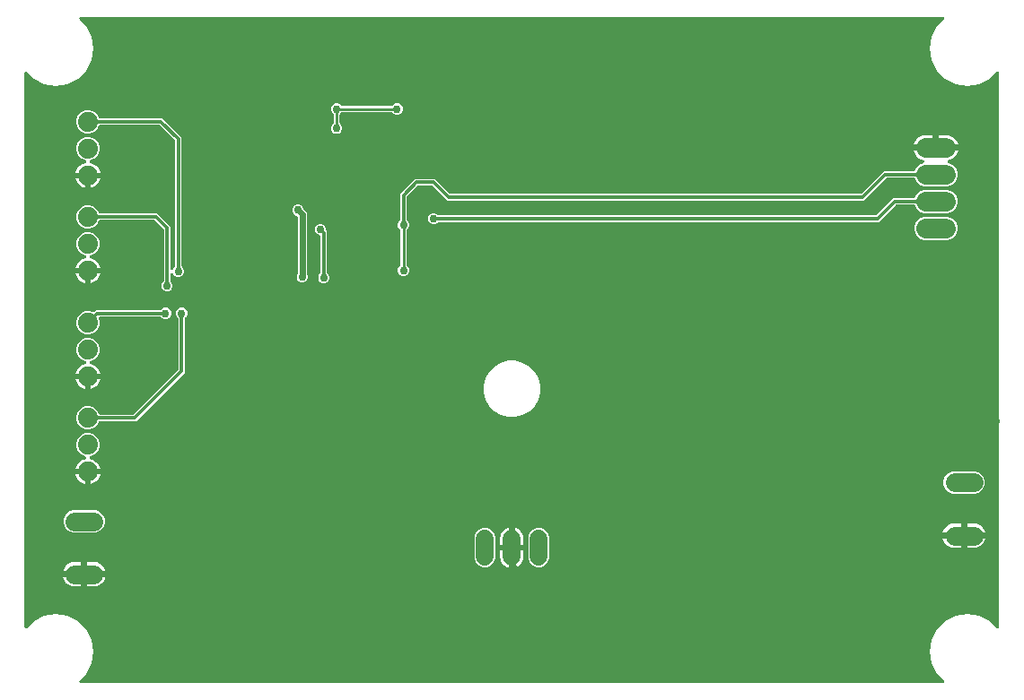
<source format=gbr>
G04 EAGLE Gerber RS-274X export*
G75*
%MOMM*%
%FSLAX34Y34*%
%LPD*%
%INBottom Copper*%
%IPPOS*%
%AMOC8*
5,1,8,0,0,1.08239X$1,22.5*%
G01*
%ADD10C,1.676400*%
%ADD11C,1.879600*%
%ADD12C,1.879600*%
%ADD13C,1.790700*%
%ADD14C,0.304800*%
%ADD15C,0.756400*%
%ADD16C,0.558800*%
%ADD17C,0.254000*%

G36*
X876617Y10172D02*
X876617Y10172D01*
X876717Y10174D01*
X876789Y10192D01*
X876863Y10201D01*
X876958Y10234D01*
X877055Y10259D01*
X877121Y10293D01*
X877191Y10318D01*
X877276Y10373D01*
X877365Y10419D01*
X877422Y10467D01*
X877484Y10507D01*
X877554Y10579D01*
X877630Y10644D01*
X877675Y10704D01*
X877726Y10758D01*
X877778Y10844D01*
X877838Y10925D01*
X877867Y10993D01*
X877905Y11057D01*
X877936Y11153D01*
X877976Y11245D01*
X877989Y11318D01*
X878011Y11389D01*
X878019Y11489D01*
X878037Y11588D01*
X878033Y11662D01*
X878039Y11736D01*
X878024Y11836D01*
X878019Y11936D01*
X877999Y12007D01*
X877988Y12081D01*
X877951Y12174D01*
X877923Y12271D01*
X877886Y12336D01*
X877859Y12405D01*
X877802Y12487D01*
X877753Y12575D01*
X877688Y12651D01*
X877660Y12691D01*
X877634Y12715D01*
X877594Y12761D01*
X871246Y19109D01*
X866198Y29017D01*
X864458Y40000D01*
X866198Y50983D01*
X871246Y60891D01*
X879109Y68754D01*
X889017Y73802D01*
X900000Y75542D01*
X910983Y73802D01*
X920891Y68754D01*
X927239Y62406D01*
X927317Y62344D01*
X927390Y62274D01*
X927454Y62235D01*
X927512Y62189D01*
X927603Y62146D01*
X927689Y62095D01*
X927760Y62072D01*
X927827Y62040D01*
X927925Y62019D01*
X928021Y61989D01*
X928095Y61983D01*
X928168Y61967D01*
X928268Y61969D01*
X928368Y61961D01*
X928442Y61972D01*
X928516Y61973D01*
X928613Y61997D01*
X928713Y62012D01*
X928782Y62040D01*
X928854Y62058D01*
X928944Y62104D01*
X929037Y62141D01*
X929098Y62183D01*
X929164Y62218D01*
X929241Y62283D01*
X929323Y62340D01*
X929373Y62395D01*
X929429Y62443D01*
X929489Y62524D01*
X929556Y62599D01*
X929592Y62664D01*
X929637Y62724D01*
X929676Y62816D01*
X929725Y62904D01*
X929745Y62975D01*
X929775Y63044D01*
X929792Y63142D01*
X929820Y63239D01*
X929828Y63339D01*
X929836Y63387D01*
X929834Y63422D01*
X929839Y63483D01*
X929839Y586517D01*
X929828Y586617D01*
X929826Y586717D01*
X929808Y586789D01*
X929799Y586863D01*
X929766Y586958D01*
X929741Y587055D01*
X929707Y587121D01*
X929682Y587191D01*
X929627Y587276D01*
X929581Y587365D01*
X929533Y587422D01*
X929493Y587484D01*
X929421Y587554D01*
X929356Y587630D01*
X929296Y587675D01*
X929242Y587726D01*
X929156Y587778D01*
X929075Y587838D01*
X929007Y587867D01*
X928943Y587905D01*
X928847Y587936D01*
X928755Y587976D01*
X928682Y587989D01*
X928611Y588011D01*
X928511Y588019D01*
X928412Y588037D01*
X928338Y588033D01*
X928264Y588039D01*
X928164Y588024D01*
X928064Y588019D01*
X927993Y587999D01*
X927919Y587988D01*
X927826Y587951D01*
X927729Y587923D01*
X927664Y587886D01*
X927595Y587859D01*
X927513Y587802D01*
X927425Y587753D01*
X927349Y587688D01*
X927309Y587660D01*
X927285Y587634D01*
X927239Y587594D01*
X920891Y581246D01*
X910983Y576198D01*
X900000Y574458D01*
X889017Y576198D01*
X879109Y581246D01*
X871246Y589109D01*
X866198Y599017D01*
X864458Y610000D01*
X866198Y620983D01*
X871246Y630891D01*
X877594Y637239D01*
X877656Y637317D01*
X877726Y637390D01*
X877765Y637454D01*
X877811Y637512D01*
X877854Y637603D01*
X877905Y637689D01*
X877928Y637760D01*
X877960Y637827D01*
X877981Y637925D01*
X878011Y638021D01*
X878017Y638095D01*
X878033Y638168D01*
X878031Y638268D01*
X878039Y638368D01*
X878028Y638442D01*
X878027Y638516D01*
X878003Y638613D01*
X877988Y638713D01*
X877960Y638782D01*
X877942Y638854D01*
X877896Y638944D01*
X877859Y639037D01*
X877817Y639098D01*
X877782Y639164D01*
X877717Y639241D01*
X877660Y639323D01*
X877605Y639373D01*
X877557Y639429D01*
X877476Y639489D01*
X877401Y639556D01*
X877336Y639592D01*
X877276Y639637D01*
X877184Y639676D01*
X877096Y639725D01*
X877025Y639745D01*
X876956Y639775D01*
X876858Y639792D01*
X876761Y639820D01*
X876661Y639828D01*
X876613Y639836D01*
X876578Y639834D01*
X876517Y639839D01*
X63483Y639839D01*
X63383Y639828D01*
X63283Y639826D01*
X63211Y639808D01*
X63137Y639799D01*
X63042Y639766D01*
X62945Y639741D01*
X62879Y639707D01*
X62809Y639682D01*
X62724Y639627D01*
X62635Y639581D01*
X62578Y639533D01*
X62516Y639493D01*
X62446Y639421D01*
X62370Y639356D01*
X62325Y639296D01*
X62274Y639242D01*
X62222Y639156D01*
X62162Y639075D01*
X62133Y639007D01*
X62095Y638943D01*
X62064Y638847D01*
X62024Y638755D01*
X62011Y638682D01*
X61989Y638611D01*
X61981Y638511D01*
X61963Y638412D01*
X61967Y638338D01*
X61961Y638264D01*
X61976Y638164D01*
X61981Y638064D01*
X62001Y637993D01*
X62012Y637919D01*
X62049Y637826D01*
X62077Y637729D01*
X62114Y637664D01*
X62141Y637595D01*
X62198Y637513D01*
X62247Y637425D01*
X62312Y637349D01*
X62340Y637309D01*
X62366Y637285D01*
X62406Y637239D01*
X68754Y630891D01*
X73802Y620983D01*
X75542Y610000D01*
X73802Y599017D01*
X68754Y589109D01*
X60891Y581246D01*
X50983Y576198D01*
X40000Y574458D01*
X29017Y576198D01*
X19109Y581246D01*
X12761Y587594D01*
X12683Y587656D01*
X12610Y587726D01*
X12546Y587765D01*
X12488Y587811D01*
X12397Y587854D01*
X12311Y587905D01*
X12240Y587928D01*
X12173Y587960D01*
X12075Y587981D01*
X11979Y588011D01*
X11905Y588017D01*
X11832Y588033D01*
X11732Y588031D01*
X11632Y588039D01*
X11558Y588028D01*
X11484Y588027D01*
X11387Y588003D01*
X11287Y587988D01*
X11218Y587960D01*
X11146Y587942D01*
X11056Y587896D01*
X10963Y587859D01*
X10902Y587817D01*
X10836Y587782D01*
X10759Y587717D01*
X10677Y587660D01*
X10627Y587605D01*
X10571Y587557D01*
X10511Y587476D01*
X10444Y587401D01*
X10408Y587336D01*
X10363Y587276D01*
X10324Y587184D01*
X10275Y587096D01*
X10255Y587025D01*
X10225Y586956D01*
X10208Y586858D01*
X10180Y586761D01*
X10172Y586661D01*
X10164Y586613D01*
X10166Y586578D01*
X10161Y586517D01*
X10161Y63483D01*
X10172Y63383D01*
X10174Y63283D01*
X10192Y63211D01*
X10201Y63137D01*
X10234Y63042D01*
X10259Y62945D01*
X10293Y62879D01*
X10318Y62809D01*
X10373Y62724D01*
X10419Y62635D01*
X10467Y62578D01*
X10507Y62516D01*
X10579Y62446D01*
X10644Y62370D01*
X10704Y62325D01*
X10758Y62274D01*
X10844Y62222D01*
X10925Y62162D01*
X10993Y62133D01*
X11057Y62095D01*
X11153Y62064D01*
X11245Y62024D01*
X11318Y62011D01*
X11389Y61989D01*
X11489Y61981D01*
X11588Y61963D01*
X11662Y61967D01*
X11736Y61961D01*
X11836Y61976D01*
X11936Y61981D01*
X12007Y62001D01*
X12081Y62012D01*
X12174Y62049D01*
X12271Y62077D01*
X12336Y62114D01*
X12405Y62141D01*
X12487Y62198D01*
X12575Y62247D01*
X12651Y62312D01*
X12691Y62340D01*
X12715Y62366D01*
X12761Y62406D01*
X19109Y68754D01*
X29017Y73802D01*
X40000Y75542D01*
X50983Y73802D01*
X60891Y68754D01*
X68754Y60891D01*
X73802Y50983D01*
X75542Y40000D01*
X73802Y29017D01*
X68754Y19109D01*
X62406Y12761D01*
X62344Y12683D01*
X62274Y12610D01*
X62235Y12546D01*
X62189Y12488D01*
X62146Y12397D01*
X62095Y12311D01*
X62072Y12240D01*
X62040Y12173D01*
X62019Y12075D01*
X61989Y11979D01*
X61983Y11905D01*
X61967Y11832D01*
X61969Y11732D01*
X61961Y11632D01*
X61972Y11558D01*
X61973Y11484D01*
X61997Y11387D01*
X62012Y11287D01*
X62040Y11218D01*
X62058Y11146D01*
X62104Y11056D01*
X62141Y10963D01*
X62183Y10902D01*
X62218Y10836D01*
X62283Y10759D01*
X62340Y10677D01*
X62395Y10627D01*
X62443Y10571D01*
X62524Y10511D01*
X62599Y10444D01*
X62664Y10408D01*
X62724Y10363D01*
X62816Y10324D01*
X62904Y10275D01*
X62975Y10255D01*
X63044Y10225D01*
X63142Y10208D01*
X63239Y10180D01*
X63339Y10172D01*
X63387Y10164D01*
X63422Y10166D01*
X63483Y10161D01*
X876517Y10161D01*
X876617Y10172D01*
G37*
%LPC*%
G36*
X366736Y394997D02*
X366736Y394997D01*
X364786Y395805D01*
X363293Y397298D01*
X362485Y399248D01*
X362485Y401360D01*
X363293Y403310D01*
X364551Y404568D01*
X364630Y404667D01*
X364714Y404761D01*
X364738Y404803D01*
X364768Y404841D01*
X364822Y404955D01*
X364883Y405066D01*
X364896Y405112D01*
X364917Y405156D01*
X364943Y405279D01*
X364978Y405401D01*
X364983Y405462D01*
X364990Y405497D01*
X364989Y405545D01*
X364997Y405645D01*
X364997Y437635D01*
X364983Y437761D01*
X364976Y437887D01*
X364963Y437933D01*
X364957Y437981D01*
X364915Y438100D01*
X364880Y438222D01*
X364856Y438264D01*
X364840Y438309D01*
X364771Y438415D01*
X364710Y438526D01*
X364670Y438572D01*
X364651Y438602D01*
X364616Y438636D01*
X364551Y438712D01*
X363293Y439970D01*
X362485Y441920D01*
X362485Y444032D01*
X363293Y445982D01*
X364297Y446986D01*
X364376Y447085D01*
X364460Y447179D01*
X364484Y447221D01*
X364514Y447259D01*
X364568Y447373D01*
X364629Y447484D01*
X364642Y447530D01*
X364663Y447574D01*
X364689Y447697D01*
X364724Y447819D01*
X364729Y447880D01*
X364736Y447915D01*
X364735Y447963D01*
X364743Y448063D01*
X364743Y472687D01*
X378721Y486665D01*
X397503Y486665D01*
X411281Y472887D01*
X411380Y472808D01*
X411474Y472724D01*
X411516Y472700D01*
X411554Y472670D01*
X411668Y472616D01*
X411779Y472555D01*
X411825Y472542D01*
X411869Y472521D01*
X411992Y472495D01*
X412114Y472460D01*
X412175Y472455D01*
X412210Y472448D01*
X412258Y472449D01*
X412358Y472441D01*
X798714Y472441D01*
X798840Y472455D01*
X798966Y472462D01*
X799012Y472475D01*
X799060Y472481D01*
X799179Y472523D01*
X799301Y472558D01*
X799343Y472582D01*
X799389Y472598D01*
X799495Y472667D01*
X799605Y472728D01*
X799651Y472768D01*
X799681Y472787D01*
X799715Y472822D01*
X799791Y472887D01*
X820753Y493849D01*
X849024Y493849D01*
X849100Y493857D01*
X849177Y493856D01*
X849273Y493877D01*
X849371Y493889D01*
X849443Y493914D01*
X849517Y493931D01*
X849606Y493973D01*
X849699Y494006D01*
X849763Y494048D01*
X849832Y494080D01*
X849909Y494142D01*
X849991Y494195D01*
X850045Y494250D01*
X850104Y494298D01*
X850165Y494375D01*
X850234Y494446D01*
X850273Y494511D01*
X850320Y494571D01*
X850388Y494704D01*
X850413Y494745D01*
X850418Y494763D01*
X850432Y494789D01*
X851342Y496987D01*
X854415Y500060D01*
X858214Y501633D01*
X858306Y501685D01*
X858402Y501727D01*
X858458Y501769D01*
X858518Y501803D01*
X858596Y501874D01*
X858680Y501937D01*
X858725Y501990D01*
X858777Y502037D01*
X858837Y502124D01*
X858904Y502204D01*
X858935Y502266D01*
X858975Y502324D01*
X859013Y502422D01*
X859061Y502515D01*
X859077Y502583D01*
X859103Y502648D01*
X859118Y502752D01*
X859143Y502854D01*
X859143Y502924D01*
X859153Y502993D01*
X859145Y503098D01*
X859146Y503203D01*
X859130Y503271D01*
X859125Y503340D01*
X859092Y503440D01*
X859069Y503543D01*
X859039Y503605D01*
X859017Y503672D01*
X858963Y503762D01*
X858917Y503856D01*
X858874Y503911D01*
X858838Y503970D01*
X858764Y504046D01*
X858698Y504127D01*
X858644Y504170D01*
X858595Y504220D01*
X858506Y504277D01*
X858423Y504342D01*
X858360Y504371D01*
X858302Y504408D01*
X858203Y504444D01*
X858107Y504488D01*
X858017Y504510D01*
X857973Y504525D01*
X857935Y504529D01*
X857869Y504545D01*
X857806Y504555D01*
X856019Y505136D01*
X854345Y505989D01*
X852824Y507094D01*
X851496Y508422D01*
X850391Y509943D01*
X849538Y511617D01*
X848957Y513404D01*
X848957Y513407D01*
X868730Y513407D01*
X868756Y513410D01*
X868782Y513408D01*
X868929Y513430D01*
X869076Y513447D01*
X869101Y513455D01*
X869127Y513459D01*
X869264Y513514D01*
X869404Y513564D01*
X869426Y513578D01*
X869451Y513588D01*
X869572Y513673D01*
X869697Y513753D01*
X869715Y513772D01*
X869737Y513787D01*
X869836Y513897D01*
X869939Y514004D01*
X869953Y514026D01*
X869970Y514046D01*
X870002Y514103D01*
X870013Y514088D01*
X870093Y513963D01*
X870112Y513945D01*
X870127Y513923D01*
X870237Y513824D01*
X870344Y513721D01*
X870367Y513707D01*
X870386Y513690D01*
X870516Y513618D01*
X870643Y513542D01*
X870668Y513534D01*
X870691Y513521D01*
X870834Y513481D01*
X870975Y513436D01*
X871001Y513433D01*
X871026Y513426D01*
X871270Y513407D01*
X891043Y513407D01*
X891043Y513404D01*
X890462Y511617D01*
X889609Y509943D01*
X888504Y508422D01*
X887176Y507094D01*
X885655Y505989D01*
X883981Y505136D01*
X882194Y504555D01*
X882131Y504545D01*
X882029Y504517D01*
X881926Y504498D01*
X881862Y504470D01*
X881795Y504452D01*
X881703Y504401D01*
X881606Y504359D01*
X881550Y504318D01*
X881489Y504284D01*
X881411Y504214D01*
X881327Y504151D01*
X881282Y504098D01*
X881230Y504052D01*
X881169Y503966D01*
X881101Y503885D01*
X881070Y503823D01*
X881030Y503766D01*
X880991Y503669D01*
X880943Y503575D01*
X880926Y503508D01*
X880900Y503443D01*
X880884Y503339D01*
X880858Y503237D01*
X880857Y503167D01*
X880847Y503099D01*
X880855Y502994D01*
X880853Y502888D01*
X880868Y502820D01*
X880874Y502751D01*
X880905Y502651D01*
X880928Y502548D01*
X880958Y502485D01*
X880979Y502419D01*
X881032Y502328D01*
X881077Y502233D01*
X881121Y502179D01*
X881156Y502119D01*
X881229Y502043D01*
X881295Y501961D01*
X881349Y501918D01*
X881398Y501867D01*
X881486Y501810D01*
X881568Y501745D01*
X881651Y501703D01*
X881690Y501677D01*
X881726Y501664D01*
X881786Y501633D01*
X885585Y500060D01*
X888658Y496987D01*
X890321Y492973D01*
X890321Y488627D01*
X888658Y484613D01*
X885585Y481540D01*
X881571Y479877D01*
X858429Y479877D01*
X854415Y481540D01*
X851342Y484613D01*
X850432Y486811D01*
X850395Y486878D01*
X850366Y486949D01*
X850310Y487030D01*
X850262Y487116D01*
X850211Y487172D01*
X850167Y487235D01*
X850094Y487301D01*
X850028Y487374D01*
X849965Y487417D01*
X849909Y487468D01*
X849822Y487516D01*
X849742Y487572D01*
X849671Y487600D01*
X849604Y487637D01*
X849509Y487664D01*
X849417Y487700D01*
X849342Y487711D01*
X849268Y487732D01*
X849119Y487744D01*
X849073Y487751D01*
X849053Y487749D01*
X849024Y487751D01*
X823910Y487751D01*
X823784Y487737D01*
X823658Y487730D01*
X823612Y487717D01*
X823564Y487711D01*
X823445Y487669D01*
X823323Y487634D01*
X823281Y487610D01*
X823235Y487594D01*
X823129Y487525D01*
X823019Y487464D01*
X822973Y487424D01*
X822943Y487405D01*
X822909Y487370D01*
X822833Y487305D01*
X804103Y468575D01*
X801871Y466343D01*
X409201Y466343D01*
X395423Y480121D01*
X395324Y480200D01*
X395230Y480284D01*
X395188Y480308D01*
X395150Y480338D01*
X395036Y480392D01*
X394925Y480453D01*
X394879Y480466D01*
X394835Y480487D01*
X394712Y480513D01*
X394590Y480548D01*
X394529Y480553D01*
X394494Y480560D01*
X394446Y480559D01*
X394346Y480567D01*
X381878Y480567D01*
X381752Y480553D01*
X381626Y480546D01*
X381580Y480533D01*
X381532Y480527D01*
X381413Y480485D01*
X381291Y480450D01*
X381249Y480426D01*
X381203Y480410D01*
X381097Y480341D01*
X380987Y480280D01*
X380941Y480240D01*
X380911Y480221D01*
X380877Y480186D01*
X380801Y480121D01*
X371287Y470607D01*
X371208Y470508D01*
X371124Y470414D01*
X371100Y470372D01*
X371070Y470334D01*
X371016Y470220D01*
X370955Y470109D01*
X370942Y470063D01*
X370921Y470019D01*
X370895Y469896D01*
X370860Y469774D01*
X370855Y469713D01*
X370848Y469678D01*
X370849Y469630D01*
X370841Y469530D01*
X370841Y448063D01*
X370855Y447937D01*
X370862Y447811D01*
X370875Y447765D01*
X370881Y447717D01*
X370923Y447598D01*
X370958Y447476D01*
X370982Y447434D01*
X370998Y447389D01*
X371067Y447283D01*
X371128Y447172D01*
X371168Y447126D01*
X371187Y447096D01*
X371222Y447062D01*
X371287Y446986D01*
X372291Y445982D01*
X373099Y444032D01*
X373099Y441920D01*
X372291Y439970D01*
X371033Y438712D01*
X370954Y438613D01*
X370870Y438519D01*
X370846Y438477D01*
X370816Y438439D01*
X370762Y438325D01*
X370701Y438214D01*
X370688Y438168D01*
X370667Y438124D01*
X370641Y438001D01*
X370606Y437879D01*
X370601Y437818D01*
X370594Y437783D01*
X370595Y437735D01*
X370587Y437635D01*
X370587Y405645D01*
X370601Y405519D01*
X370608Y405393D01*
X370621Y405347D01*
X370627Y405299D01*
X370669Y405180D01*
X370704Y405058D01*
X370728Y405016D01*
X370744Y404971D01*
X370813Y404865D01*
X370874Y404754D01*
X370914Y404708D01*
X370933Y404678D01*
X370968Y404644D01*
X371033Y404568D01*
X372291Y403310D01*
X373099Y401360D01*
X373099Y399248D01*
X372291Y397298D01*
X370798Y395805D01*
X368848Y394997D01*
X366736Y394997D01*
G37*
%LPD*%
%LPC*%
G36*
X395184Y443765D02*
X395184Y443765D01*
X393234Y444573D01*
X391741Y446066D01*
X390933Y448016D01*
X390933Y450128D01*
X391741Y452078D01*
X393234Y453571D01*
X395184Y454379D01*
X397296Y454379D01*
X399246Y453571D01*
X400250Y452567D01*
X400349Y452488D01*
X400443Y452404D01*
X400485Y452380D01*
X400523Y452350D01*
X400637Y452296D01*
X400748Y452235D01*
X400794Y452222D01*
X400838Y452201D01*
X400961Y452175D01*
X401083Y452140D01*
X401144Y452135D01*
X401179Y452128D01*
X401227Y452129D01*
X401327Y452121D01*
X812938Y452121D01*
X813064Y452135D01*
X813190Y452142D01*
X813236Y452155D01*
X813284Y452161D01*
X813403Y452203D01*
X813525Y452238D01*
X813567Y452262D01*
X813613Y452278D01*
X813719Y452347D01*
X813829Y452408D01*
X813875Y452448D01*
X813905Y452467D01*
X813939Y452502D01*
X814015Y452567D01*
X829897Y468449D01*
X849024Y468449D01*
X849100Y468457D01*
X849177Y468456D01*
X849273Y468477D01*
X849371Y468489D01*
X849443Y468514D01*
X849517Y468531D01*
X849606Y468573D01*
X849699Y468606D01*
X849763Y468648D01*
X849832Y468680D01*
X849909Y468742D01*
X849991Y468795D01*
X850045Y468850D01*
X850104Y468898D01*
X850165Y468975D01*
X850234Y469046D01*
X850273Y469111D01*
X850320Y469171D01*
X850388Y469304D01*
X850413Y469345D01*
X850418Y469363D01*
X850432Y469389D01*
X851342Y471587D01*
X854415Y474660D01*
X858429Y476323D01*
X881571Y476323D01*
X885585Y474660D01*
X888658Y471587D01*
X890321Y467573D01*
X890321Y463227D01*
X888658Y459213D01*
X885585Y456140D01*
X881571Y454477D01*
X858429Y454477D01*
X854415Y456140D01*
X851342Y459213D01*
X850432Y461411D01*
X850395Y461478D01*
X850366Y461549D01*
X850310Y461630D01*
X850262Y461716D01*
X850211Y461772D01*
X850167Y461835D01*
X850094Y461901D01*
X850028Y461974D01*
X849965Y462017D01*
X849909Y462068D01*
X849822Y462116D01*
X849742Y462172D01*
X849671Y462200D01*
X849604Y462237D01*
X849509Y462264D01*
X849417Y462300D01*
X849342Y462311D01*
X849268Y462332D01*
X849119Y462344D01*
X849073Y462351D01*
X849053Y462349D01*
X849024Y462351D01*
X833054Y462351D01*
X832928Y462337D01*
X832802Y462330D01*
X832756Y462317D01*
X832708Y462311D01*
X832589Y462269D01*
X832467Y462234D01*
X832425Y462210D01*
X832379Y462194D01*
X832273Y462125D01*
X832163Y462064D01*
X832117Y462024D01*
X832087Y462005D01*
X832053Y461970D01*
X831977Y461905D01*
X816095Y446023D01*
X401327Y446023D01*
X401201Y446009D01*
X401075Y446002D01*
X401029Y445989D01*
X400981Y445983D01*
X400862Y445941D01*
X400740Y445906D01*
X400698Y445882D01*
X400653Y445866D01*
X400547Y445797D01*
X400436Y445736D01*
X400390Y445696D01*
X400360Y445677D01*
X400326Y445642D01*
X400250Y445577D01*
X399246Y444573D01*
X397296Y443765D01*
X395184Y443765D01*
G37*
%LPD*%
%LPC*%
G36*
X143724Y380265D02*
X143724Y380265D01*
X141774Y381073D01*
X140281Y382566D01*
X139473Y384516D01*
X139473Y386628D01*
X140281Y388578D01*
X141285Y389582D01*
X141364Y389681D01*
X141448Y389775D01*
X141472Y389817D01*
X141502Y389855D01*
X141556Y389969D01*
X141617Y390080D01*
X141630Y390126D01*
X141651Y390170D01*
X141677Y390293D01*
X141712Y390415D01*
X141717Y390476D01*
X141724Y390511D01*
X141723Y390559D01*
X141731Y390659D01*
X141731Y438542D01*
X141717Y438668D01*
X141710Y438794D01*
X141697Y438840D01*
X141691Y438888D01*
X141649Y439007D01*
X141614Y439129D01*
X141590Y439171D01*
X141574Y439217D01*
X141505Y439323D01*
X141444Y439433D01*
X141404Y439479D01*
X141385Y439509D01*
X141350Y439543D01*
X141285Y439619D01*
X133295Y447609D01*
X133196Y447688D01*
X133102Y447772D01*
X133060Y447796D01*
X133022Y447826D01*
X132908Y447880D01*
X132797Y447941D01*
X132751Y447954D01*
X132707Y447975D01*
X132584Y448001D01*
X132462Y448036D01*
X132401Y448041D01*
X132366Y448048D01*
X132318Y448047D01*
X132218Y448055D01*
X81704Y448055D01*
X81628Y448047D01*
X81551Y448048D01*
X81455Y448027D01*
X81357Y448015D01*
X81285Y447990D01*
X81211Y447973D01*
X81122Y447931D01*
X81029Y447898D01*
X80965Y447856D01*
X80896Y447824D01*
X80819Y447762D01*
X80736Y447709D01*
X80683Y447654D01*
X80624Y447606D01*
X80563Y447529D01*
X80494Y447458D01*
X80455Y447393D01*
X80408Y447333D01*
X80339Y447199D01*
X80315Y447159D01*
X80310Y447141D01*
X80296Y447115D01*
X79260Y444613D01*
X76187Y441540D01*
X72173Y439877D01*
X67827Y439877D01*
X63813Y441540D01*
X60740Y444613D01*
X59077Y448627D01*
X59077Y452973D01*
X60740Y456987D01*
X63813Y460060D01*
X67827Y461723D01*
X72173Y461723D01*
X76187Y460060D01*
X79260Y456987D01*
X80044Y455093D01*
X80082Y455026D01*
X80110Y454955D01*
X80166Y454874D01*
X80214Y454788D01*
X80265Y454732D01*
X80309Y454669D01*
X80382Y454603D01*
X80448Y454530D01*
X80511Y454487D01*
X80568Y454436D01*
X80654Y454388D01*
X80735Y454332D01*
X80806Y454304D01*
X80873Y454267D01*
X80967Y454240D01*
X81059Y454204D01*
X81134Y454193D01*
X81208Y454172D01*
X81357Y454160D01*
X81404Y454153D01*
X81423Y454155D01*
X81452Y454153D01*
X135375Y454153D01*
X147829Y441699D01*
X147829Y402418D01*
X147834Y402368D01*
X147832Y402318D01*
X147854Y402196D01*
X147869Y402072D01*
X147886Y402025D01*
X147895Y401975D01*
X147944Y401861D01*
X147986Y401744D01*
X148013Y401702D01*
X148034Y401656D01*
X148108Y401556D01*
X148175Y401451D01*
X148211Y401416D01*
X148241Y401376D01*
X148336Y401296D01*
X148426Y401209D01*
X148469Y401183D01*
X148507Y401151D01*
X148618Y401094D01*
X148725Y401030D01*
X148773Y401015D01*
X148818Y400992D01*
X148938Y400962D01*
X149057Y400924D01*
X149107Y400920D01*
X149156Y400908D01*
X149280Y400906D01*
X149404Y400896D01*
X149454Y400904D01*
X149504Y400903D01*
X149626Y400929D01*
X149749Y400948D01*
X149796Y400966D01*
X149845Y400977D01*
X149957Y401031D01*
X150073Y401077D01*
X150114Y401105D01*
X150160Y401127D01*
X150257Y401205D01*
X150359Y401275D01*
X150393Y401313D01*
X150432Y401344D01*
X150509Y401442D01*
X150592Y401534D01*
X150617Y401578D01*
X150648Y401618D01*
X150759Y401836D01*
X150949Y402294D01*
X151953Y403298D01*
X152032Y403397D01*
X152116Y403491D01*
X152140Y403533D01*
X152170Y403571D01*
X152224Y403685D01*
X152285Y403796D01*
X152298Y403842D01*
X152319Y403886D01*
X152345Y404009D01*
X152380Y404131D01*
X152385Y404192D01*
X152392Y404227D01*
X152391Y404275D01*
X152399Y404375D01*
X152399Y522362D01*
X152385Y522488D01*
X152378Y522614D01*
X152365Y522660D01*
X152359Y522708D01*
X152317Y522827D01*
X152282Y522949D01*
X152258Y522991D01*
X152242Y523037D01*
X152173Y523143D01*
X152112Y523253D01*
X152072Y523299D01*
X152053Y523329D01*
X152018Y523363D01*
X151953Y523439D01*
X138087Y537305D01*
X137988Y537384D01*
X137894Y537468D01*
X137852Y537492D01*
X137814Y537522D01*
X137700Y537576D01*
X137589Y537637D01*
X137543Y537650D01*
X137499Y537671D01*
X137376Y537697D01*
X137254Y537732D01*
X137193Y537737D01*
X137158Y537744D01*
X137110Y537743D01*
X137010Y537751D01*
X81578Y537751D01*
X81502Y537743D01*
X81425Y537744D01*
X81329Y537723D01*
X81231Y537711D01*
X81160Y537686D01*
X81085Y537669D01*
X80996Y537627D01*
X80903Y537594D01*
X80839Y537552D01*
X80770Y537520D01*
X80693Y537458D01*
X80611Y537405D01*
X80557Y537350D01*
X80498Y537302D01*
X80437Y537225D01*
X80368Y537154D01*
X80329Y537089D01*
X80282Y537029D01*
X80214Y536895D01*
X80190Y536855D01*
X80184Y536837D01*
X80170Y536811D01*
X79260Y534613D01*
X76187Y531540D01*
X72173Y529877D01*
X67827Y529877D01*
X63813Y531540D01*
X60740Y534613D01*
X59077Y538627D01*
X59077Y542973D01*
X60740Y546987D01*
X63813Y550060D01*
X67827Y551723D01*
X72173Y551723D01*
X76187Y550060D01*
X79260Y546987D01*
X80170Y544789D01*
X80208Y544722D01*
X80236Y544651D01*
X80292Y544571D01*
X80340Y544484D01*
X80391Y544428D01*
X80435Y544365D01*
X80508Y544299D01*
X80574Y544226D01*
X80637Y544183D01*
X80693Y544132D01*
X80780Y544084D01*
X80861Y544028D01*
X80932Y544000D01*
X80998Y543963D01*
X81093Y543936D01*
X81185Y543900D01*
X81260Y543889D01*
X81334Y543868D01*
X81483Y543856D01*
X81530Y543849D01*
X81549Y543851D01*
X81578Y543849D01*
X140167Y543849D01*
X158497Y525519D01*
X158497Y404375D01*
X158511Y404249D01*
X158518Y404123D01*
X158531Y404077D01*
X158537Y404029D01*
X158579Y403910D01*
X158614Y403788D01*
X158638Y403746D01*
X158654Y403701D01*
X158723Y403595D01*
X158784Y403484D01*
X158824Y403438D01*
X158843Y403408D01*
X158878Y403374D01*
X158943Y403298D01*
X159947Y402294D01*
X160755Y400344D01*
X160755Y398232D01*
X159947Y396282D01*
X158454Y394789D01*
X156504Y393981D01*
X154392Y393981D01*
X152442Y394789D01*
X150949Y396282D01*
X150759Y396740D01*
X150735Y396784D01*
X150718Y396832D01*
X150650Y396936D01*
X150590Y397045D01*
X150556Y397082D01*
X150529Y397125D01*
X150439Y397211D01*
X150356Y397303D01*
X150314Y397332D01*
X150278Y397367D01*
X150171Y397431D01*
X150069Y397501D01*
X150022Y397520D01*
X149979Y397546D01*
X149861Y397584D01*
X149745Y397629D01*
X149695Y397637D01*
X149647Y397652D01*
X149523Y397662D01*
X149400Y397680D01*
X149350Y397676D01*
X149300Y397680D01*
X149177Y397661D01*
X149053Y397651D01*
X149005Y397636D01*
X148955Y397628D01*
X148839Y397582D01*
X148721Y397544D01*
X148678Y397518D01*
X148631Y397499D01*
X148529Y397428D01*
X148423Y397364D01*
X148386Y397329D01*
X148345Y397301D01*
X148262Y397208D01*
X148173Y397122D01*
X148145Y397079D01*
X148112Y397042D01*
X148051Y396933D01*
X147984Y396828D01*
X147968Y396781D01*
X147943Y396737D01*
X147909Y396617D01*
X147868Y396500D01*
X147862Y396450D01*
X147848Y396401D01*
X147829Y396158D01*
X147829Y390659D01*
X147843Y390533D01*
X147850Y390407D01*
X147863Y390361D01*
X147869Y390313D01*
X147911Y390194D01*
X147946Y390072D01*
X147970Y390030D01*
X147986Y389985D01*
X148055Y389879D01*
X148116Y389768D01*
X148156Y389722D01*
X148175Y389692D01*
X148210Y389658D01*
X148275Y389582D01*
X149279Y388578D01*
X150087Y386628D01*
X150087Y384516D01*
X149279Y382566D01*
X147786Y381073D01*
X145836Y380265D01*
X143724Y380265D01*
G37*
%LPD*%
%LPC*%
G36*
X466489Y261589D02*
X466489Y261589D01*
X459706Y263407D01*
X453624Y266918D01*
X448658Y271884D01*
X445147Y277966D01*
X443329Y284749D01*
X443329Y291771D01*
X445147Y298554D01*
X448658Y304636D01*
X453624Y309602D01*
X459706Y313113D01*
X466489Y314931D01*
X473511Y314931D01*
X480294Y313113D01*
X486376Y309602D01*
X491342Y304636D01*
X494853Y298554D01*
X496671Y291771D01*
X496671Y284749D01*
X494853Y277966D01*
X491342Y271884D01*
X486376Y266918D01*
X480294Y263407D01*
X473511Y261589D01*
X466489Y261589D01*
G37*
%LPD*%
%LPC*%
G36*
X67827Y249877D02*
X67827Y249877D01*
X63813Y251540D01*
X60740Y254613D01*
X59077Y258627D01*
X59077Y262973D01*
X60740Y266987D01*
X63813Y270060D01*
X67827Y271723D01*
X72173Y271723D01*
X76187Y270060D01*
X79260Y266987D01*
X80170Y264789D01*
X80207Y264722D01*
X80236Y264651D01*
X80292Y264570D01*
X80340Y264484D01*
X80391Y264428D01*
X80435Y264365D01*
X80508Y264299D01*
X80574Y264226D01*
X80637Y264183D01*
X80693Y264132D01*
X80780Y264084D01*
X80860Y264028D01*
X80931Y264000D01*
X80998Y263963D01*
X81093Y263936D01*
X81185Y263900D01*
X81260Y263889D01*
X81334Y263868D01*
X81483Y263856D01*
X81529Y263849D01*
X81549Y263851D01*
X81578Y263849D01*
X112602Y263849D01*
X112728Y263863D01*
X112854Y263870D01*
X112900Y263883D01*
X112948Y263889D01*
X113067Y263931D01*
X113189Y263966D01*
X113231Y263990D01*
X113277Y264006D01*
X113383Y264075D01*
X113493Y264136D01*
X113539Y264176D01*
X113569Y264195D01*
X113603Y264230D01*
X113679Y264295D01*
X155001Y305617D01*
X155080Y305716D01*
X155164Y305810D01*
X155188Y305852D01*
X155218Y305890D01*
X155272Y306004D01*
X155333Y306115D01*
X155346Y306161D01*
X155367Y306205D01*
X155393Y306328D01*
X155428Y306450D01*
X155433Y306511D01*
X155440Y306546D01*
X155439Y306594D01*
X155447Y306694D01*
X155447Y354577D01*
X155433Y354703D01*
X155426Y354829D01*
X155413Y354875D01*
X155407Y354923D01*
X155365Y355042D01*
X155330Y355164D01*
X155306Y355206D01*
X155290Y355251D01*
X155221Y355357D01*
X155160Y355468D01*
X155120Y355514D01*
X155101Y355544D01*
X155066Y355578D01*
X155001Y355654D01*
X153997Y356658D01*
X153189Y358608D01*
X153189Y360720D01*
X153997Y362670D01*
X155490Y364163D01*
X157440Y364971D01*
X159552Y364971D01*
X161502Y364163D01*
X162995Y362670D01*
X163803Y360720D01*
X163803Y358608D01*
X162995Y356658D01*
X161991Y355654D01*
X161912Y355555D01*
X161828Y355461D01*
X161804Y355419D01*
X161774Y355381D01*
X161720Y355267D01*
X161659Y355156D01*
X161646Y355110D01*
X161625Y355066D01*
X161599Y354943D01*
X161564Y354821D01*
X161559Y354760D01*
X161552Y354725D01*
X161553Y354677D01*
X161545Y354577D01*
X161545Y303537D01*
X115759Y257751D01*
X81578Y257751D01*
X81502Y257743D01*
X81425Y257744D01*
X81329Y257723D01*
X81231Y257711D01*
X81159Y257686D01*
X81085Y257669D01*
X80996Y257627D01*
X80903Y257594D01*
X80839Y257552D01*
X80770Y257520D01*
X80693Y257458D01*
X80611Y257405D01*
X80557Y257350D01*
X80498Y257302D01*
X80437Y257225D01*
X80368Y257154D01*
X80329Y257089D01*
X80282Y257029D01*
X80214Y256896D01*
X80189Y256855D01*
X80184Y256837D01*
X80170Y256811D01*
X79260Y254613D01*
X76187Y251540D01*
X72173Y249877D01*
X67827Y249877D01*
G37*
%LPD*%
%LPC*%
G36*
X67827Y339877D02*
X67827Y339877D01*
X63813Y341540D01*
X60740Y344613D01*
X59077Y348627D01*
X59077Y352973D01*
X60740Y356987D01*
X63813Y360060D01*
X67827Y361723D01*
X72173Y361723D01*
X74371Y360812D01*
X74445Y360791D01*
X74515Y360761D01*
X74611Y360744D01*
X74706Y360717D01*
X74782Y360713D01*
X74858Y360699D01*
X74956Y360704D01*
X75054Y360700D01*
X75129Y360713D01*
X75206Y360717D01*
X75300Y360744D01*
X75397Y360762D01*
X75467Y360793D01*
X75540Y360814D01*
X75626Y360862D01*
X75717Y360901D01*
X75778Y360947D01*
X75845Y360984D01*
X75958Y361081D01*
X75996Y361109D01*
X76009Y361124D01*
X76031Y361142D01*
X77601Y362713D01*
X138169Y362713D01*
X138295Y362727D01*
X138421Y362734D01*
X138467Y362747D01*
X138515Y362753D01*
X138634Y362795D01*
X138756Y362830D01*
X138798Y362854D01*
X138843Y362870D01*
X138949Y362939D01*
X139060Y363000D01*
X139106Y363040D01*
X139136Y363059D01*
X139170Y363094D01*
X139246Y363159D01*
X140250Y364163D01*
X142200Y364971D01*
X144312Y364971D01*
X146262Y364163D01*
X147755Y362670D01*
X148563Y360720D01*
X148563Y358608D01*
X147755Y356658D01*
X146262Y355165D01*
X144312Y354357D01*
X142200Y354357D01*
X140250Y355165D01*
X139246Y356169D01*
X139147Y356248D01*
X139053Y356332D01*
X139011Y356356D01*
X138973Y356386D01*
X138859Y356440D01*
X138748Y356501D01*
X138702Y356514D01*
X138658Y356535D01*
X138535Y356561D01*
X138413Y356596D01*
X138352Y356601D01*
X138317Y356608D01*
X138269Y356607D01*
X138169Y356615D01*
X81694Y356615D01*
X81545Y356598D01*
X81394Y356586D01*
X81371Y356578D01*
X81347Y356575D01*
X81206Y356525D01*
X81063Y356479D01*
X81042Y356466D01*
X81019Y356458D01*
X80893Y356376D01*
X80764Y356299D01*
X80747Y356282D01*
X80726Y356269D01*
X80622Y356161D01*
X80514Y356056D01*
X80501Y356036D01*
X80484Y356018D01*
X80407Y355889D01*
X80326Y355763D01*
X80318Y355740D01*
X80305Y355719D01*
X80260Y355576D01*
X80209Y355434D01*
X80207Y355410D01*
X80199Y355387D01*
X80187Y355238D01*
X80170Y355088D01*
X80173Y355064D01*
X80171Y355040D01*
X80194Y354891D01*
X80211Y354742D01*
X80220Y354714D01*
X80223Y354695D01*
X80240Y354651D01*
X80286Y354509D01*
X80923Y352973D01*
X80923Y348627D01*
X79260Y344613D01*
X76187Y341540D01*
X72173Y339877D01*
X67827Y339877D01*
G37*
%LPD*%
%LPC*%
G36*
X858429Y429077D02*
X858429Y429077D01*
X854415Y430740D01*
X851342Y433813D01*
X849679Y437827D01*
X849679Y442173D01*
X851342Y446187D01*
X854415Y449260D01*
X858429Y450923D01*
X881571Y450923D01*
X885585Y449260D01*
X888658Y446187D01*
X890321Y442173D01*
X890321Y437827D01*
X888658Y433813D01*
X885585Y430740D01*
X881571Y429077D01*
X858429Y429077D01*
G37*
%LPD*%
%LPC*%
G36*
X55510Y152698D02*
X55510Y152698D01*
X51659Y154293D01*
X48712Y157241D01*
X47116Y161092D01*
X47116Y165260D01*
X48712Y169111D01*
X51659Y172059D01*
X55510Y173654D01*
X77586Y173654D01*
X81437Y172059D01*
X84384Y169111D01*
X85980Y165260D01*
X85980Y161092D01*
X84384Y157241D01*
X81437Y154293D01*
X77586Y152698D01*
X55510Y152698D01*
G37*
%LPD*%
%LPC*%
G36*
X885582Y189274D02*
X885582Y189274D01*
X881731Y190869D01*
X878784Y193817D01*
X877188Y197668D01*
X877188Y201836D01*
X878784Y205687D01*
X881731Y208635D01*
X885582Y210230D01*
X907658Y210230D01*
X911509Y208635D01*
X914456Y205687D01*
X916052Y201836D01*
X916052Y197668D01*
X914456Y193817D01*
X911509Y190869D01*
X907658Y189274D01*
X885582Y189274D01*
G37*
%LPD*%
%LPC*%
G36*
X271232Y388901D02*
X271232Y388901D01*
X269282Y389709D01*
X267789Y391202D01*
X266981Y393152D01*
X266981Y395264D01*
X267853Y397369D01*
X267854Y397371D01*
X267855Y397373D01*
X267901Y397534D01*
X267949Y397704D01*
X267949Y397706D01*
X267950Y397708D01*
X267969Y397952D01*
X267969Y450544D01*
X267961Y450620D01*
X267962Y450696D01*
X267941Y450792D01*
X267929Y450890D01*
X267904Y450962D01*
X267887Y451037D01*
X267845Y451125D01*
X267812Y451218D01*
X267770Y451282D01*
X267738Y451351D01*
X267676Y451428D01*
X267623Y451511D01*
X267568Y451564D01*
X267520Y451624D01*
X267443Y451685D01*
X267372Y451753D01*
X267307Y451792D01*
X267247Y451840D01*
X267114Y451908D01*
X267073Y451932D01*
X267055Y451938D01*
X267029Y451951D01*
X265218Y452701D01*
X263725Y454194D01*
X262917Y456144D01*
X262917Y458256D01*
X263725Y460206D01*
X265218Y461699D01*
X267168Y462507D01*
X269280Y462507D01*
X271230Y461699D01*
X272723Y460206D01*
X273595Y458101D01*
X273596Y458099D01*
X273596Y458097D01*
X273682Y457944D01*
X273764Y457796D01*
X273766Y457795D01*
X273767Y457793D01*
X273925Y457607D01*
X276607Y454925D01*
X276607Y397952D01*
X276607Y397950D01*
X276607Y397948D01*
X276627Y397775D01*
X276647Y397606D01*
X276647Y397604D01*
X276648Y397602D01*
X276723Y397369D01*
X277595Y395264D01*
X277595Y393152D01*
X276787Y391202D01*
X275294Y389709D01*
X273344Y388901D01*
X271232Y388901D01*
G37*
%LPD*%
%LPC*%
G36*
X442629Y120111D02*
X442629Y120111D01*
X438988Y121619D01*
X436201Y124406D01*
X434693Y128047D01*
X434693Y148753D01*
X436201Y152394D01*
X438988Y155181D01*
X442629Y156689D01*
X446571Y156689D01*
X450212Y155181D01*
X452999Y152394D01*
X454507Y148753D01*
X454507Y128047D01*
X452999Y124406D01*
X450212Y121619D01*
X446571Y120111D01*
X442629Y120111D01*
G37*
%LPD*%
%LPC*%
G36*
X493429Y120111D02*
X493429Y120111D01*
X489788Y121619D01*
X487001Y124406D01*
X485493Y128047D01*
X485493Y148753D01*
X487001Y152394D01*
X489788Y155181D01*
X493429Y156689D01*
X497371Y156689D01*
X501012Y155181D01*
X503799Y152394D01*
X505307Y148753D01*
X505307Y128047D01*
X503799Y124406D01*
X501012Y121619D01*
X497371Y120111D01*
X493429Y120111D01*
G37*
%LPD*%
%LPC*%
G36*
X303744Y529109D02*
X303744Y529109D01*
X301794Y529917D01*
X300301Y531410D01*
X299493Y533360D01*
X299493Y535472D01*
X300301Y537422D01*
X301559Y538680D01*
X301638Y538779D01*
X301722Y538873D01*
X301746Y538915D01*
X301776Y538953D01*
X301830Y539067D01*
X301891Y539178D01*
X301904Y539224D01*
X301925Y539268D01*
X301951Y539391D01*
X301986Y539513D01*
X301991Y539574D01*
X301998Y539609D01*
X301997Y539657D01*
X302005Y539757D01*
X302005Y547363D01*
X301991Y547489D01*
X301984Y547615D01*
X301971Y547661D01*
X301965Y547709D01*
X301923Y547828D01*
X301888Y547950D01*
X301864Y547992D01*
X301848Y548037D01*
X301779Y548143D01*
X301718Y548254D01*
X301678Y548300D01*
X301659Y548330D01*
X301624Y548364D01*
X301559Y548440D01*
X300301Y549698D01*
X299493Y551648D01*
X299493Y553760D01*
X300301Y555710D01*
X301794Y557203D01*
X303744Y558011D01*
X305856Y558011D01*
X307806Y557203D01*
X309064Y555945D01*
X309163Y555866D01*
X309257Y555782D01*
X309299Y555758D01*
X309337Y555728D01*
X309451Y555674D01*
X309562Y555613D01*
X309608Y555600D01*
X309652Y555579D01*
X309775Y555553D01*
X309897Y555518D01*
X309958Y555513D01*
X309993Y555506D01*
X310041Y555507D01*
X310141Y555499D01*
X356355Y555499D01*
X356481Y555513D01*
X356607Y555520D01*
X356653Y555533D01*
X356701Y555539D01*
X356820Y555581D01*
X356942Y555616D01*
X356984Y555640D01*
X357029Y555656D01*
X357135Y555725D01*
X357246Y555786D01*
X357292Y555826D01*
X357322Y555845D01*
X357356Y555880D01*
X357432Y555945D01*
X358690Y557203D01*
X360640Y558011D01*
X362752Y558011D01*
X364702Y557203D01*
X366195Y555710D01*
X367003Y553760D01*
X367003Y551648D01*
X366195Y549698D01*
X364702Y548205D01*
X362752Y547397D01*
X360640Y547397D01*
X358690Y548205D01*
X357432Y549463D01*
X357333Y549542D01*
X357239Y549626D01*
X357197Y549650D01*
X357159Y549680D01*
X357045Y549734D01*
X356934Y549795D01*
X356888Y549808D01*
X356844Y549829D01*
X356721Y549855D01*
X356599Y549890D01*
X356538Y549895D01*
X356503Y549902D01*
X356455Y549901D01*
X356355Y549909D01*
X310141Y549909D01*
X310015Y549895D01*
X309889Y549888D01*
X309843Y549875D01*
X309795Y549869D01*
X309676Y549827D01*
X309554Y549792D01*
X309512Y549768D01*
X309467Y549752D01*
X309361Y549683D01*
X309250Y549622D01*
X309204Y549582D01*
X309174Y549563D01*
X309140Y549528D01*
X309064Y549463D01*
X308041Y548440D01*
X307962Y548341D01*
X307878Y548247D01*
X307854Y548205D01*
X307824Y548167D01*
X307770Y548053D01*
X307709Y547942D01*
X307696Y547896D01*
X307675Y547852D01*
X307649Y547729D01*
X307614Y547607D01*
X307609Y547546D01*
X307602Y547511D01*
X307603Y547463D01*
X307595Y547363D01*
X307595Y539757D01*
X307609Y539631D01*
X307616Y539505D01*
X307629Y539459D01*
X307635Y539411D01*
X307677Y539292D01*
X307712Y539170D01*
X307736Y539128D01*
X307752Y539083D01*
X307821Y538977D01*
X307882Y538866D01*
X307922Y538820D01*
X307941Y538790D01*
X307976Y538756D01*
X308041Y538680D01*
X309299Y537422D01*
X310107Y535472D01*
X310107Y533360D01*
X309299Y531410D01*
X307806Y529917D01*
X305856Y529109D01*
X303744Y529109D01*
G37*
%LPD*%
%LPC*%
G36*
X69910Y402225D02*
X69910Y402225D01*
X69887Y402239D01*
X69868Y402256D01*
X69738Y402328D01*
X69611Y402404D01*
X69586Y402412D01*
X69563Y402425D01*
X69420Y402465D01*
X69279Y402510D01*
X69253Y402512D01*
X69228Y402520D01*
X68984Y402539D01*
X58315Y402539D01*
X58355Y402796D01*
X58936Y404583D01*
X59789Y406257D01*
X60894Y407778D01*
X62222Y409106D01*
X63743Y410211D01*
X65417Y411064D01*
X67204Y411645D01*
X67267Y411655D01*
X67369Y411683D01*
X67472Y411702D01*
X67536Y411730D01*
X67603Y411748D01*
X67695Y411799D01*
X67792Y411841D01*
X67848Y411882D01*
X67909Y411916D01*
X67987Y411986D01*
X68071Y412049D01*
X68116Y412102D01*
X68168Y412148D01*
X68229Y412234D01*
X68297Y412315D01*
X68328Y412377D01*
X68368Y412434D01*
X68407Y412531D01*
X68455Y412625D01*
X68472Y412692D01*
X68498Y412757D01*
X68514Y412861D01*
X68540Y412963D01*
X68541Y413033D01*
X68551Y413101D01*
X68543Y413206D01*
X68545Y413312D01*
X68530Y413380D01*
X68524Y413449D01*
X68493Y413549D01*
X68470Y413652D01*
X68440Y413715D01*
X68419Y413781D01*
X68366Y413872D01*
X68321Y413967D01*
X68277Y414021D01*
X68242Y414081D01*
X68169Y414157D01*
X68103Y414239D01*
X68049Y414282D01*
X68000Y414333D01*
X67912Y414390D01*
X67830Y414455D01*
X67747Y414497D01*
X67708Y414523D01*
X67672Y414536D01*
X67612Y414567D01*
X63813Y416140D01*
X60740Y419213D01*
X59077Y423227D01*
X59077Y427573D01*
X60740Y431587D01*
X63813Y434660D01*
X67827Y436323D01*
X72173Y436323D01*
X76187Y434660D01*
X79260Y431587D01*
X80923Y427573D01*
X80923Y423227D01*
X79260Y419213D01*
X76187Y416140D01*
X72388Y414567D01*
X72296Y414515D01*
X72200Y414473D01*
X72144Y414431D01*
X72084Y414397D01*
X72006Y414326D01*
X71922Y414263D01*
X71877Y414210D01*
X71825Y414163D01*
X71765Y414076D01*
X71698Y413996D01*
X71667Y413934D01*
X71627Y413876D01*
X71589Y413778D01*
X71541Y413685D01*
X71525Y413617D01*
X71499Y413552D01*
X71484Y413448D01*
X71459Y413346D01*
X71459Y413276D01*
X71449Y413207D01*
X71457Y413102D01*
X71456Y412997D01*
X71472Y412929D01*
X71477Y412860D01*
X71510Y412760D01*
X71533Y412657D01*
X71563Y412595D01*
X71585Y412528D01*
X71639Y412438D01*
X71685Y412344D01*
X71728Y412289D01*
X71764Y412230D01*
X71838Y412154D01*
X71904Y412073D01*
X71958Y412030D01*
X72007Y411980D01*
X72096Y411923D01*
X72179Y411858D01*
X72242Y411829D01*
X72300Y411792D01*
X72399Y411756D01*
X72495Y411712D01*
X72585Y411690D01*
X72629Y411675D01*
X72667Y411671D01*
X72733Y411655D01*
X72796Y411645D01*
X74583Y411064D01*
X76257Y410211D01*
X77778Y409106D01*
X79106Y407778D01*
X80211Y406257D01*
X81064Y404583D01*
X81645Y402796D01*
X81685Y402539D01*
X71016Y402539D01*
X70990Y402536D01*
X70964Y402538D01*
X70817Y402516D01*
X70670Y402499D01*
X70645Y402491D01*
X70619Y402487D01*
X70482Y402432D01*
X70342Y402382D01*
X70320Y402368D01*
X70295Y402358D01*
X70174Y402273D01*
X70049Y402193D01*
X70031Y402174D01*
X70009Y402159D01*
X69995Y402143D01*
X69910Y402225D01*
G37*
%LPD*%
%LPC*%
G36*
X69910Y492225D02*
X69910Y492225D01*
X69887Y492239D01*
X69868Y492256D01*
X69738Y492328D01*
X69611Y492404D01*
X69586Y492412D01*
X69563Y492425D01*
X69420Y492465D01*
X69279Y492510D01*
X69253Y492512D01*
X69228Y492520D01*
X68984Y492539D01*
X58315Y492539D01*
X58355Y492796D01*
X58936Y494583D01*
X59789Y496257D01*
X60894Y497778D01*
X62222Y499106D01*
X63743Y500211D01*
X65417Y501064D01*
X67204Y501645D01*
X67267Y501655D01*
X67369Y501683D01*
X67472Y501702D01*
X67536Y501730D01*
X67603Y501748D01*
X67695Y501799D01*
X67792Y501841D01*
X67848Y501882D01*
X67909Y501916D01*
X67987Y501986D01*
X68071Y502049D01*
X68116Y502102D01*
X68168Y502148D01*
X68229Y502234D01*
X68297Y502315D01*
X68328Y502377D01*
X68368Y502434D01*
X68407Y502531D01*
X68455Y502625D01*
X68472Y502692D01*
X68498Y502757D01*
X68514Y502861D01*
X68540Y502963D01*
X68541Y503033D01*
X68551Y503101D01*
X68543Y503206D01*
X68545Y503312D01*
X68530Y503380D01*
X68524Y503449D01*
X68493Y503549D01*
X68470Y503652D01*
X68440Y503715D01*
X68419Y503781D01*
X68366Y503872D01*
X68321Y503967D01*
X68277Y504021D01*
X68242Y504081D01*
X68169Y504157D01*
X68103Y504239D01*
X68049Y504282D01*
X68000Y504333D01*
X67912Y504390D01*
X67830Y504455D01*
X67747Y504497D01*
X67708Y504523D01*
X67672Y504536D01*
X67612Y504567D01*
X63813Y506140D01*
X60740Y509213D01*
X59077Y513227D01*
X59077Y517573D01*
X60740Y521587D01*
X63813Y524660D01*
X67827Y526323D01*
X72173Y526323D01*
X76187Y524660D01*
X79260Y521587D01*
X80923Y517573D01*
X80923Y513227D01*
X79260Y509213D01*
X76187Y506140D01*
X72388Y504567D01*
X72296Y504515D01*
X72200Y504473D01*
X72144Y504431D01*
X72084Y504397D01*
X72006Y504326D01*
X71922Y504263D01*
X71877Y504210D01*
X71825Y504163D01*
X71765Y504076D01*
X71698Y503996D01*
X71667Y503934D01*
X71627Y503876D01*
X71589Y503778D01*
X71541Y503685D01*
X71525Y503617D01*
X71499Y503552D01*
X71484Y503448D01*
X71459Y503346D01*
X71459Y503276D01*
X71449Y503207D01*
X71457Y503102D01*
X71456Y502997D01*
X71472Y502929D01*
X71477Y502860D01*
X71510Y502760D01*
X71533Y502657D01*
X71563Y502595D01*
X71585Y502528D01*
X71639Y502438D01*
X71685Y502344D01*
X71728Y502289D01*
X71764Y502230D01*
X71838Y502154D01*
X71904Y502073D01*
X71958Y502030D01*
X72007Y501980D01*
X72096Y501923D01*
X72179Y501858D01*
X72242Y501829D01*
X72300Y501792D01*
X72399Y501756D01*
X72495Y501712D01*
X72585Y501690D01*
X72629Y501675D01*
X72667Y501671D01*
X72733Y501655D01*
X72796Y501645D01*
X74583Y501064D01*
X76257Y500211D01*
X77778Y499106D01*
X79106Y497778D01*
X80211Y496257D01*
X81064Y494583D01*
X81645Y492796D01*
X81685Y492539D01*
X71016Y492539D01*
X70990Y492536D01*
X70964Y492538D01*
X70817Y492516D01*
X70670Y492499D01*
X70645Y492491D01*
X70619Y492487D01*
X70482Y492432D01*
X70342Y492382D01*
X70320Y492368D01*
X70295Y492358D01*
X70174Y492273D01*
X70049Y492193D01*
X70031Y492174D01*
X70009Y492159D01*
X69995Y492143D01*
X69910Y492225D01*
G37*
%LPD*%
%LPC*%
G36*
X69910Y212225D02*
X69910Y212225D01*
X69887Y212239D01*
X69868Y212256D01*
X69738Y212328D01*
X69611Y212404D01*
X69586Y212412D01*
X69563Y212425D01*
X69420Y212465D01*
X69279Y212510D01*
X69253Y212512D01*
X69228Y212520D01*
X68984Y212539D01*
X58315Y212539D01*
X58355Y212796D01*
X58936Y214583D01*
X59789Y216257D01*
X60894Y217778D01*
X62222Y219106D01*
X63743Y220211D01*
X65417Y221064D01*
X67204Y221645D01*
X67267Y221655D01*
X67369Y221683D01*
X67472Y221702D01*
X67536Y221730D01*
X67603Y221748D01*
X67695Y221799D01*
X67792Y221841D01*
X67848Y221882D01*
X67909Y221916D01*
X67987Y221986D01*
X68071Y222049D01*
X68116Y222102D01*
X68168Y222148D01*
X68229Y222234D01*
X68297Y222315D01*
X68328Y222377D01*
X68368Y222434D01*
X68407Y222531D01*
X68455Y222625D01*
X68472Y222692D01*
X68498Y222757D01*
X68514Y222861D01*
X68540Y222963D01*
X68541Y223033D01*
X68551Y223101D01*
X68543Y223206D01*
X68545Y223312D01*
X68530Y223380D01*
X68524Y223449D01*
X68493Y223549D01*
X68470Y223652D01*
X68440Y223715D01*
X68419Y223781D01*
X68366Y223872D01*
X68321Y223967D01*
X68277Y224021D01*
X68242Y224081D01*
X68169Y224157D01*
X68103Y224239D01*
X68049Y224282D01*
X68000Y224333D01*
X67912Y224390D01*
X67830Y224455D01*
X67747Y224497D01*
X67708Y224523D01*
X67672Y224536D01*
X67612Y224567D01*
X63813Y226140D01*
X60740Y229213D01*
X59077Y233227D01*
X59077Y237573D01*
X60740Y241587D01*
X63813Y244660D01*
X67827Y246323D01*
X72173Y246323D01*
X76187Y244660D01*
X79260Y241587D01*
X80923Y237573D01*
X80923Y233227D01*
X79260Y229213D01*
X76187Y226140D01*
X72388Y224567D01*
X72296Y224515D01*
X72200Y224473D01*
X72144Y224431D01*
X72084Y224397D01*
X72006Y224326D01*
X71922Y224263D01*
X71877Y224210D01*
X71825Y224163D01*
X71765Y224076D01*
X71698Y223996D01*
X71667Y223934D01*
X71627Y223876D01*
X71589Y223778D01*
X71541Y223685D01*
X71525Y223617D01*
X71499Y223552D01*
X71484Y223448D01*
X71459Y223346D01*
X71459Y223276D01*
X71449Y223207D01*
X71457Y223102D01*
X71456Y222997D01*
X71472Y222929D01*
X71477Y222860D01*
X71510Y222760D01*
X71533Y222657D01*
X71563Y222595D01*
X71585Y222528D01*
X71639Y222438D01*
X71685Y222344D01*
X71728Y222289D01*
X71764Y222230D01*
X71838Y222154D01*
X71904Y222073D01*
X71958Y222030D01*
X72007Y221980D01*
X72096Y221923D01*
X72179Y221858D01*
X72242Y221829D01*
X72300Y221792D01*
X72399Y221756D01*
X72495Y221712D01*
X72585Y221690D01*
X72629Y221675D01*
X72667Y221671D01*
X72733Y221655D01*
X72796Y221645D01*
X74583Y221064D01*
X76257Y220211D01*
X77778Y219106D01*
X79106Y217778D01*
X80211Y216257D01*
X81064Y214583D01*
X81645Y212796D01*
X81685Y212539D01*
X71016Y212539D01*
X70990Y212536D01*
X70964Y212538D01*
X70817Y212516D01*
X70670Y212499D01*
X70645Y212491D01*
X70619Y212487D01*
X70482Y212432D01*
X70342Y212382D01*
X70320Y212368D01*
X70295Y212358D01*
X70174Y212273D01*
X70049Y212193D01*
X70031Y212174D01*
X70009Y212159D01*
X69995Y212143D01*
X69910Y212225D01*
G37*
%LPD*%
%LPC*%
G36*
X69910Y302225D02*
X69910Y302225D01*
X69887Y302239D01*
X69868Y302256D01*
X69738Y302328D01*
X69611Y302404D01*
X69586Y302412D01*
X69563Y302425D01*
X69420Y302465D01*
X69279Y302510D01*
X69253Y302512D01*
X69228Y302520D01*
X68984Y302539D01*
X58315Y302539D01*
X58355Y302796D01*
X58936Y304583D01*
X59789Y306257D01*
X60894Y307778D01*
X62222Y309106D01*
X63743Y310211D01*
X65417Y311064D01*
X67204Y311645D01*
X67267Y311655D01*
X67368Y311683D01*
X67472Y311702D01*
X67536Y311730D01*
X67603Y311748D01*
X67695Y311799D01*
X67792Y311841D01*
X67848Y311882D01*
X67908Y311915D01*
X67987Y311986D01*
X68072Y312049D01*
X68116Y312102D01*
X68168Y312148D01*
X68229Y312234D01*
X68297Y312315D01*
X68328Y312376D01*
X68368Y312433D01*
X68407Y312531D01*
X68455Y312625D01*
X68472Y312692D01*
X68498Y312757D01*
X68514Y312861D01*
X68540Y312963D01*
X68541Y313032D01*
X68551Y313101D01*
X68543Y313206D01*
X68545Y313312D01*
X68530Y313379D01*
X68524Y313449D01*
X68493Y313549D01*
X68470Y313652D01*
X68440Y313715D01*
X68420Y313781D01*
X68366Y313872D01*
X68321Y313967D01*
X68277Y314021D01*
X68242Y314081D01*
X68169Y314157D01*
X68103Y314239D01*
X68049Y314282D01*
X68001Y314332D01*
X67912Y314390D01*
X67830Y314455D01*
X67747Y314497D01*
X67709Y314522D01*
X67672Y314536D01*
X67612Y314567D01*
X63813Y316140D01*
X60740Y319213D01*
X59077Y323227D01*
X59077Y327573D01*
X60740Y331587D01*
X63813Y334660D01*
X67827Y336323D01*
X72173Y336323D01*
X76187Y334660D01*
X79260Y331587D01*
X80923Y327573D01*
X80923Y323227D01*
X79260Y319213D01*
X76187Y316140D01*
X72388Y314567D01*
X72296Y314515D01*
X72200Y314473D01*
X72144Y314431D01*
X72083Y314397D01*
X72006Y314326D01*
X71921Y314263D01*
X71877Y314210D01*
X71825Y314163D01*
X71765Y314076D01*
X71698Y313996D01*
X71667Y313934D01*
X71627Y313876D01*
X71589Y313778D01*
X71541Y313684D01*
X71525Y313617D01*
X71499Y313552D01*
X71484Y313448D01*
X71459Y313346D01*
X71459Y313276D01*
X71449Y313207D01*
X71457Y313102D01*
X71456Y312997D01*
X71472Y312929D01*
X71477Y312860D01*
X71510Y312760D01*
X71533Y312657D01*
X71563Y312594D01*
X71585Y312528D01*
X71639Y312438D01*
X71685Y312343D01*
X71728Y312289D01*
X71764Y312230D01*
X71838Y312154D01*
X71904Y312072D01*
X71959Y312030D01*
X72007Y311980D01*
X72096Y311923D01*
X72179Y311858D01*
X72242Y311829D01*
X72300Y311792D01*
X72400Y311756D01*
X72495Y311712D01*
X72585Y311691D01*
X72629Y311675D01*
X72667Y311671D01*
X72733Y311655D01*
X72796Y311645D01*
X74583Y311064D01*
X76257Y310211D01*
X77778Y309106D01*
X79106Y307778D01*
X80211Y306257D01*
X81064Y304583D01*
X81645Y302796D01*
X81685Y302539D01*
X71016Y302539D01*
X70990Y302536D01*
X70964Y302538D01*
X70817Y302516D01*
X70670Y302499D01*
X70645Y302491D01*
X70619Y302487D01*
X70482Y302432D01*
X70342Y302382D01*
X70320Y302368D01*
X70295Y302358D01*
X70174Y302273D01*
X70049Y302193D01*
X70031Y302174D01*
X70009Y302159D01*
X69995Y302143D01*
X69910Y302225D01*
G37*
%LPD*%
%LPC*%
G36*
X291552Y387885D02*
X291552Y387885D01*
X289602Y388693D01*
X288109Y390186D01*
X287301Y392136D01*
X287301Y394248D01*
X288109Y396198D01*
X289113Y397202D01*
X289192Y397301D01*
X289276Y397395D01*
X289300Y397437D01*
X289330Y397475D01*
X289384Y397589D01*
X289445Y397700D01*
X289458Y397746D01*
X289479Y397790D01*
X289505Y397913D01*
X289540Y398035D01*
X289545Y398096D01*
X289552Y398131D01*
X289551Y398179D01*
X289559Y398279D01*
X289559Y432151D01*
X289551Y432226D01*
X289552Y432303D01*
X289531Y432399D01*
X289519Y432497D01*
X289494Y432569D01*
X289477Y432643D01*
X289435Y432732D01*
X289402Y432825D01*
X289360Y432889D01*
X289328Y432958D01*
X289266Y433035D01*
X289213Y433118D01*
X289158Y433171D01*
X289110Y433231D01*
X289033Y433291D01*
X288962Y433360D01*
X288897Y433399D01*
X288837Y433446D01*
X288704Y433515D01*
X288663Y433539D01*
X288645Y433545D01*
X288619Y433558D01*
X286554Y434413D01*
X285061Y435906D01*
X284253Y437856D01*
X284253Y439968D01*
X285061Y441918D01*
X286554Y443411D01*
X288504Y444219D01*
X290616Y444219D01*
X292566Y443411D01*
X294059Y441918D01*
X294867Y439968D01*
X294867Y438548D01*
X294881Y438422D01*
X294888Y438296D01*
X294901Y438250D01*
X294907Y438202D01*
X294949Y438082D01*
X294984Y437961D01*
X295008Y437919D01*
X295024Y437873D01*
X295093Y437767D01*
X295154Y437657D01*
X295194Y437611D01*
X295213Y437581D01*
X295248Y437547D01*
X295313Y437471D01*
X295657Y437127D01*
X295657Y398279D01*
X295671Y398153D01*
X295678Y398027D01*
X295691Y397981D01*
X295697Y397933D01*
X295739Y397814D01*
X295774Y397692D01*
X295798Y397650D01*
X295814Y397605D01*
X295883Y397498D01*
X295944Y397388D01*
X295984Y397342D01*
X296003Y397312D01*
X296038Y397278D01*
X296103Y397202D01*
X297107Y396198D01*
X297915Y394248D01*
X297915Y392136D01*
X297107Y390186D01*
X295614Y388693D01*
X293664Y387885D01*
X291552Y387885D01*
G37*
%LPD*%
%LPC*%
G36*
X872793Y518993D02*
X872793Y518993D01*
X872793Y528139D01*
X880338Y528139D01*
X882194Y527845D01*
X883981Y527264D01*
X885655Y526411D01*
X887176Y525306D01*
X888504Y523978D01*
X889609Y522457D01*
X890462Y520783D01*
X891043Y518996D01*
X891043Y518993D01*
X872793Y518993D01*
G37*
%LPD*%
%LPC*%
G36*
X848957Y518993D02*
X848957Y518993D01*
X848957Y518996D01*
X849538Y520783D01*
X850391Y522457D01*
X851496Y523978D01*
X852824Y525306D01*
X854345Y526411D01*
X856019Y527264D01*
X857806Y527845D01*
X859662Y528139D01*
X867207Y528139D01*
X867207Y518993D01*
X848957Y518993D01*
G37*
%LPD*%
%LPC*%
G36*
X69532Y116160D02*
X69532Y116160D01*
X69532Y124670D01*
X76406Y124670D01*
X78193Y124387D01*
X79914Y123828D01*
X81526Y123007D01*
X82990Y121943D01*
X84269Y120664D01*
X85332Y119200D01*
X86154Y117588D01*
X86618Y116160D01*
X69532Y116160D01*
G37*
%LPD*%
%LPC*%
G36*
X899604Y152736D02*
X899604Y152736D01*
X899604Y161246D01*
X906478Y161246D01*
X908265Y160963D01*
X909986Y160404D01*
X911598Y159583D01*
X913062Y158519D01*
X914341Y157240D01*
X915404Y155776D01*
X916226Y154164D01*
X916690Y152736D01*
X899604Y152736D01*
G37*
%LPD*%
%LPC*%
G36*
X46478Y116160D02*
X46478Y116160D01*
X46942Y117588D01*
X47764Y119200D01*
X48827Y120664D01*
X50106Y121943D01*
X51570Y123007D01*
X53182Y123828D01*
X54903Y124387D01*
X56690Y124670D01*
X63564Y124670D01*
X63564Y116160D01*
X46478Y116160D01*
G37*
%LPD*%
%LPC*%
G36*
X876550Y152736D02*
X876550Y152736D01*
X877014Y154164D01*
X877836Y155776D01*
X878899Y157240D01*
X880178Y158519D01*
X881642Y159583D01*
X883254Y160404D01*
X884975Y160963D01*
X886762Y161246D01*
X893636Y161246D01*
X893636Y152736D01*
X876550Y152736D01*
G37*
%LPD*%
%LPC*%
G36*
X899604Y138258D02*
X899604Y138258D01*
X899604Y146768D01*
X916690Y146768D01*
X916226Y145340D01*
X915404Y143728D01*
X914341Y142264D01*
X913062Y140985D01*
X911598Y139921D01*
X909986Y139100D01*
X908265Y138541D01*
X906478Y138258D01*
X899604Y138258D01*
G37*
%LPD*%
%LPC*%
G36*
X69532Y101682D02*
X69532Y101682D01*
X69532Y110192D01*
X86618Y110192D01*
X86154Y108764D01*
X85332Y107152D01*
X84269Y105688D01*
X82990Y104409D01*
X81526Y103345D01*
X79914Y102524D01*
X78193Y101965D01*
X76406Y101682D01*
X69532Y101682D01*
G37*
%LPD*%
%LPC*%
G36*
X56690Y101682D02*
X56690Y101682D01*
X54903Y101965D01*
X53182Y102524D01*
X51570Y103345D01*
X50106Y104409D01*
X48827Y105688D01*
X47764Y107152D01*
X46942Y108764D01*
X46478Y110192D01*
X63564Y110192D01*
X63564Y101682D01*
X56690Y101682D01*
G37*
%LPD*%
%LPC*%
G36*
X886762Y138258D02*
X886762Y138258D01*
X884975Y138541D01*
X883254Y139100D01*
X881642Y139921D01*
X880178Y140985D01*
X878899Y142264D01*
X877836Y143728D01*
X877014Y145340D01*
X876550Y146768D01*
X893636Y146768D01*
X893636Y138258D01*
X886762Y138258D01*
G37*
%LPD*%
%LPC*%
G36*
X472793Y141193D02*
X472793Y141193D01*
X472793Y157359D01*
X474193Y156904D01*
X475725Y156124D01*
X477116Y155113D01*
X478331Y153898D01*
X479342Y152507D01*
X480122Y150975D01*
X480654Y149340D01*
X480923Y147642D01*
X480923Y141193D01*
X472793Y141193D01*
G37*
%LPD*%
%LPC*%
G36*
X472793Y135607D02*
X472793Y135607D01*
X480923Y135607D01*
X480923Y129158D01*
X480654Y127460D01*
X480122Y125825D01*
X479342Y124293D01*
X478331Y122902D01*
X477116Y121687D01*
X475725Y120676D01*
X474193Y119896D01*
X472793Y119441D01*
X472793Y135607D01*
G37*
%LPD*%
%LPC*%
G36*
X459077Y141193D02*
X459077Y141193D01*
X459077Y147642D01*
X459346Y149340D01*
X459878Y150975D01*
X460658Y152507D01*
X461669Y153898D01*
X462884Y155113D01*
X464275Y156124D01*
X465807Y156904D01*
X467207Y157359D01*
X467207Y141193D01*
X459077Y141193D01*
G37*
%LPD*%
%LPC*%
G36*
X465807Y119896D02*
X465807Y119896D01*
X464275Y120676D01*
X462884Y121687D01*
X461669Y122902D01*
X460658Y124293D01*
X459878Y125825D01*
X459346Y127460D01*
X459077Y129158D01*
X459077Y135607D01*
X467207Y135607D01*
X467207Y119441D01*
X465807Y119896D01*
G37*
%LPD*%
%LPC*%
G36*
X72539Y397461D02*
X72539Y397461D01*
X81685Y397461D01*
X81645Y397204D01*
X81064Y395417D01*
X80211Y393743D01*
X79106Y392222D01*
X77778Y390894D01*
X76257Y389789D01*
X74583Y388936D01*
X72796Y388355D01*
X72539Y388315D01*
X72539Y397461D01*
G37*
%LPD*%
%LPC*%
G36*
X72539Y207461D02*
X72539Y207461D01*
X81685Y207461D01*
X81645Y207204D01*
X81064Y205417D01*
X80211Y203743D01*
X79106Y202222D01*
X77778Y200894D01*
X76257Y199789D01*
X74583Y198936D01*
X72796Y198355D01*
X72539Y198315D01*
X72539Y207461D01*
G37*
%LPD*%
%LPC*%
G36*
X72539Y487461D02*
X72539Y487461D01*
X81685Y487461D01*
X81645Y487204D01*
X81064Y485417D01*
X80211Y483743D01*
X79106Y482222D01*
X77778Y480894D01*
X76257Y479789D01*
X74583Y478936D01*
X72796Y478355D01*
X72539Y478315D01*
X72539Y487461D01*
G37*
%LPD*%
%LPC*%
G36*
X72539Y297461D02*
X72539Y297461D01*
X81685Y297461D01*
X81645Y297204D01*
X81064Y295417D01*
X80211Y293743D01*
X79106Y292222D01*
X77778Y290894D01*
X76257Y289789D01*
X74583Y288936D01*
X72796Y288355D01*
X72539Y288315D01*
X72539Y297461D01*
G37*
%LPD*%
%LPC*%
G36*
X67204Y388355D02*
X67204Y388355D01*
X65417Y388936D01*
X63743Y389789D01*
X62222Y390894D01*
X60894Y392222D01*
X59789Y393743D01*
X58936Y395417D01*
X58355Y397204D01*
X58315Y397461D01*
X67461Y397461D01*
X67461Y388315D01*
X67204Y388355D01*
G37*
%LPD*%
%LPC*%
G36*
X67204Y198355D02*
X67204Y198355D01*
X65417Y198936D01*
X63743Y199789D01*
X62222Y200894D01*
X60894Y202222D01*
X59789Y203743D01*
X58936Y205417D01*
X58355Y207204D01*
X58315Y207461D01*
X67461Y207461D01*
X67461Y198315D01*
X67204Y198355D01*
G37*
%LPD*%
%LPC*%
G36*
X67204Y478355D02*
X67204Y478355D01*
X65417Y478936D01*
X63743Y479789D01*
X62222Y480894D01*
X60894Y482222D01*
X59789Y483743D01*
X58936Y485417D01*
X58355Y487204D01*
X58315Y487461D01*
X67461Y487461D01*
X67461Y478315D01*
X67204Y478355D01*
G37*
%LPD*%
%LPC*%
G36*
X67204Y288355D02*
X67204Y288355D01*
X65417Y288936D01*
X63743Y289789D01*
X62222Y290894D01*
X60894Y292222D01*
X59789Y293743D01*
X58936Y295417D01*
X58355Y297204D01*
X58315Y297461D01*
X67461Y297461D01*
X67461Y288315D01*
X67204Y288355D01*
G37*
%LPD*%
D10*
X444600Y130018D02*
X444600Y146782D01*
X470000Y146782D02*
X470000Y130018D01*
X495400Y130018D02*
X495400Y146782D01*
D11*
X70000Y490000D03*
X70000Y515400D03*
X70000Y540800D03*
X70000Y400000D03*
X70000Y425400D03*
X70000Y450800D03*
X70000Y300000D03*
X70000Y325400D03*
X70000Y350800D03*
X70000Y210000D03*
X70000Y235400D03*
X70000Y260800D03*
D12*
X860602Y440000D02*
X879398Y440000D01*
X879398Y465400D02*
X860602Y465400D01*
X860602Y490800D02*
X879398Y490800D01*
X879398Y516200D02*
X860602Y516200D01*
D13*
X75502Y163176D02*
X57595Y163176D01*
X57595Y113176D02*
X75502Y113176D01*
X887667Y149752D02*
X905574Y149752D01*
X905574Y199752D02*
X887667Y199752D01*
D14*
X680720Y111760D02*
X481584Y111760D01*
X680720Y111760D02*
X735584Y111760D01*
X481584Y111760D02*
X470000Y123344D01*
X470000Y138400D01*
X870000Y516200D02*
X906200Y516200D01*
X916432Y292608D02*
X735584Y111760D01*
X916432Y292608D02*
X916432Y505968D01*
X906200Y516200D01*
D15*
X682752Y134112D03*
D16*
X682752Y113792D02*
X680720Y111760D01*
X682752Y113792D02*
X682752Y134112D01*
D15*
X560832Y130048D03*
X603504Y130048D03*
X406400Y60960D03*
X538480Y62992D03*
X599440Y60960D03*
X298704Y56896D03*
X201168Y58928D03*
X701040Y60960D03*
X95504Y191008D03*
X136144Y241808D03*
X223520Y158496D03*
X138176Y325120D03*
X276352Y188976D03*
X213360Y280416D03*
X343408Y268224D03*
X355600Y140208D03*
X554736Y272288D03*
X597408Y270256D03*
X400304Y201168D03*
X225552Y495808D03*
X282448Y495808D03*
X382016Y505968D03*
X97536Y629920D03*
X497840Y633984D03*
X725424Y636016D03*
X270256Y631952D03*
X757936Y508000D03*
X455168Y508000D03*
X459232Y379984D03*
X735584Y379984D03*
X347472Y335280D03*
X286512Y363728D03*
X172720Y508000D03*
X134112Y512064D03*
X579120Y377952D03*
X581152Y510032D03*
X668528Y508000D03*
X664464Y384048D03*
X824992Y28448D03*
X916432Y117856D03*
X885952Y296672D03*
X816864Y237744D03*
X873760Y386080D03*
X593344Y201168D03*
X552704Y201168D03*
X692912Y117856D03*
X469392Y16256D03*
X406400Y16256D03*
X538480Y16256D03*
X256032Y319024D03*
X154432Y58928D03*
X111760Y81280D03*
X113792Y128016D03*
X355600Y56896D03*
X776224Y67056D03*
X851408Y144272D03*
X755904Y160528D03*
X926592Y258064D03*
X814832Y327152D03*
X219456Y386080D03*
X168656Y288544D03*
X288544Y262128D03*
X349504Y203200D03*
X558800Y459232D03*
X457200Y459232D03*
X711200Y459232D03*
X229616Y113792D03*
X146304Y125984D03*
X422656Y150368D03*
X520192Y152400D03*
X457200Y40640D03*
X491744Y40640D03*
X457200Y26416D03*
X491744Y26416D03*
X314960Y512064D03*
X345440Y481584D03*
X274320Y603504D03*
X331216Y587248D03*
X349504Y530352D03*
X377952Y575056D03*
X274320Y546608D03*
X333248Y562864D03*
X292608Y564896D03*
X256032Y575056D03*
X172720Y585216D03*
X28448Y95504D03*
X28448Y128016D03*
X808736Y428752D03*
X798576Y536448D03*
X766064Y564896D03*
X762000Y205232D03*
X292608Y393192D03*
D14*
X292608Y435864D01*
X289560Y438912D01*
D15*
X289560Y438912D03*
X272288Y394208D03*
D16*
X272288Y453136D01*
D15*
X268224Y457200D03*
D16*
X272288Y453136D01*
D15*
X155448Y399288D03*
D14*
X155448Y524256D01*
X138904Y540800D02*
X70000Y540800D01*
X138904Y540800D02*
X155448Y524256D01*
D15*
X144780Y385572D03*
D14*
X144780Y440436D01*
X134112Y451104D01*
X70304Y451104D01*
X70000Y450800D01*
D15*
X143256Y359664D03*
D14*
X78864Y359664D01*
X70000Y350800D01*
X70000Y260800D02*
X114496Y260800D01*
X158496Y304800D01*
X158496Y359664D01*
D15*
X158496Y359664D03*
X304800Y552704D03*
D17*
X361696Y552704D01*
D15*
X361696Y552704D03*
X304800Y534416D03*
D17*
X304800Y552704D01*
D15*
X396240Y449072D03*
D14*
X814832Y449072D01*
X831160Y465400D02*
X870000Y465400D01*
X831160Y465400D02*
X814832Y449072D01*
D15*
X367792Y442976D03*
D17*
X367792Y400304D01*
D15*
X367792Y400304D03*
D14*
X822016Y490800D02*
X870000Y490800D01*
X822016Y490800D02*
X800608Y469392D01*
X410464Y469392D01*
X396240Y483616D01*
X379984Y483616D01*
X367792Y471424D01*
X367792Y442976D01*
M02*

</source>
